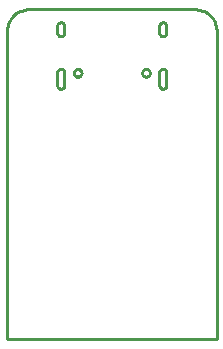
<source format=gbr>
G04 EAGLE Gerber RS-274X export*
G75*
%MOMM*%
%FSLAX34Y34*%
%LPD*%
%IN*%
%IPPOS*%
%AMOC8*
5,1,8,0,0,1.08239X$1,22.5*%
G01*
%ADD10C,0.254000*%


D10*
X0Y0D02*
X177800Y0D01*
X177800Y260350D01*
X177728Y262010D01*
X177511Y263658D01*
X177151Y265281D01*
X176651Y266865D01*
X176015Y268401D01*
X175248Y269875D01*
X174355Y271277D01*
X173343Y272595D01*
X172220Y273820D01*
X170995Y274943D01*
X169677Y275955D01*
X168275Y276848D01*
X166801Y277615D01*
X165265Y278251D01*
X163681Y278751D01*
X162058Y279111D01*
X160410Y279328D01*
X158750Y279400D01*
X19050Y279400D01*
X17390Y279328D01*
X15742Y279111D01*
X14120Y278751D01*
X12535Y278251D01*
X10999Y277615D01*
X9525Y276848D01*
X8123Y275955D01*
X6805Y274943D01*
X5580Y273820D01*
X4457Y272595D01*
X3445Y271277D01*
X2552Y269875D01*
X1785Y268401D01*
X1149Y266865D01*
X649Y265281D01*
X289Y263658D01*
X73Y262010D01*
X0Y260350D01*
X0Y0D01*
X129100Y214990D02*
X129111Y214729D01*
X129146Y214469D01*
X129202Y214214D01*
X129281Y213964D01*
X129381Y213722D01*
X129502Y213490D01*
X129643Y213269D01*
X129802Y213062D01*
X129979Y212869D01*
X130172Y212692D01*
X130379Y212533D01*
X130600Y212392D01*
X130832Y212271D01*
X131074Y212171D01*
X131324Y212092D01*
X131579Y212036D01*
X131839Y212001D01*
X132100Y211990D01*
X132361Y212001D01*
X132621Y212036D01*
X132876Y212092D01*
X133126Y212171D01*
X133368Y212271D01*
X133600Y212392D01*
X133821Y212533D01*
X134028Y212692D01*
X134221Y212869D01*
X134398Y213062D01*
X134557Y213269D01*
X134698Y213490D01*
X134819Y213722D01*
X134919Y213964D01*
X134998Y214214D01*
X135054Y214469D01*
X135089Y214729D01*
X135100Y214990D01*
X135100Y225990D01*
X135089Y226251D01*
X135054Y226511D01*
X134998Y226766D01*
X134919Y227016D01*
X134819Y227258D01*
X134698Y227490D01*
X134557Y227711D01*
X134398Y227918D01*
X134221Y228111D01*
X134028Y228288D01*
X133821Y228447D01*
X133600Y228588D01*
X133368Y228709D01*
X133126Y228809D01*
X132876Y228888D01*
X132621Y228944D01*
X132361Y228979D01*
X132100Y228990D01*
X131839Y228979D01*
X131579Y228944D01*
X131324Y228888D01*
X131074Y228809D01*
X130832Y228709D01*
X130600Y228588D01*
X130379Y228447D01*
X130172Y228288D01*
X129979Y228111D01*
X129802Y227918D01*
X129643Y227711D01*
X129502Y227490D01*
X129381Y227258D01*
X129281Y227016D01*
X129202Y226766D01*
X129146Y226511D01*
X129111Y226251D01*
X129100Y225990D01*
X129100Y214990D01*
X42700Y214990D02*
X42711Y214729D01*
X42746Y214469D01*
X42802Y214214D01*
X42881Y213964D01*
X42981Y213722D01*
X43102Y213490D01*
X43243Y213269D01*
X43402Y213062D01*
X43579Y212869D01*
X43772Y212692D01*
X43979Y212533D01*
X44200Y212392D01*
X44432Y212271D01*
X44674Y212171D01*
X44924Y212092D01*
X45179Y212036D01*
X45439Y212001D01*
X45700Y211990D01*
X45961Y212001D01*
X46221Y212036D01*
X46476Y212092D01*
X46726Y212171D01*
X46968Y212271D01*
X47200Y212392D01*
X47421Y212533D01*
X47628Y212692D01*
X47821Y212869D01*
X47998Y213062D01*
X48157Y213269D01*
X48298Y213490D01*
X48419Y213722D01*
X48519Y213964D01*
X48598Y214214D01*
X48654Y214469D01*
X48689Y214729D01*
X48700Y214990D01*
X48700Y225990D01*
X48689Y226251D01*
X48654Y226511D01*
X48598Y226766D01*
X48519Y227016D01*
X48419Y227258D01*
X48298Y227490D01*
X48157Y227711D01*
X47998Y227918D01*
X47821Y228111D01*
X47628Y228288D01*
X47421Y228447D01*
X47200Y228588D01*
X46968Y228709D01*
X46726Y228809D01*
X46476Y228888D01*
X46221Y228944D01*
X45961Y228979D01*
X45700Y228990D01*
X45439Y228979D01*
X45179Y228944D01*
X44924Y228888D01*
X44674Y228809D01*
X44432Y228709D01*
X44200Y228588D01*
X43979Y228447D01*
X43772Y228288D01*
X43579Y228111D01*
X43402Y227918D01*
X43243Y227711D01*
X43102Y227490D01*
X42981Y227258D01*
X42881Y227016D01*
X42802Y226766D01*
X42746Y226511D01*
X42711Y226251D01*
X42700Y225990D01*
X42700Y214990D01*
X42700Y259290D02*
X42711Y259029D01*
X42746Y258769D01*
X42802Y258514D01*
X42881Y258264D01*
X42981Y258022D01*
X43102Y257790D01*
X43243Y257569D01*
X43402Y257362D01*
X43579Y257169D01*
X43772Y256992D01*
X43979Y256833D01*
X44200Y256692D01*
X44432Y256571D01*
X44674Y256471D01*
X44924Y256392D01*
X45179Y256336D01*
X45439Y256301D01*
X45700Y256290D01*
X45961Y256301D01*
X46221Y256336D01*
X46476Y256392D01*
X46726Y256471D01*
X46968Y256571D01*
X47200Y256692D01*
X47421Y256833D01*
X47628Y256992D01*
X47821Y257169D01*
X47998Y257362D01*
X48157Y257569D01*
X48298Y257790D01*
X48419Y258022D01*
X48519Y258264D01*
X48598Y258514D01*
X48654Y258769D01*
X48689Y259029D01*
X48700Y259290D01*
X48700Y265290D01*
X48689Y265551D01*
X48654Y265811D01*
X48598Y266066D01*
X48519Y266316D01*
X48419Y266558D01*
X48298Y266790D01*
X48157Y267011D01*
X47998Y267218D01*
X47821Y267411D01*
X47628Y267588D01*
X47421Y267747D01*
X47200Y267888D01*
X46968Y268009D01*
X46726Y268109D01*
X46476Y268188D01*
X46221Y268244D01*
X45961Y268279D01*
X45700Y268290D01*
X45439Y268279D01*
X45179Y268244D01*
X44924Y268188D01*
X44674Y268109D01*
X44432Y268009D01*
X44200Y267888D01*
X43979Y267747D01*
X43772Y267588D01*
X43579Y267411D01*
X43402Y267218D01*
X43243Y267011D01*
X43102Y266790D01*
X42981Y266558D01*
X42881Y266316D01*
X42802Y266066D01*
X42746Y265811D01*
X42711Y265551D01*
X42700Y265290D01*
X42700Y259290D01*
X129100Y259290D02*
X129111Y259029D01*
X129146Y258769D01*
X129202Y258514D01*
X129281Y258264D01*
X129381Y258022D01*
X129502Y257790D01*
X129643Y257569D01*
X129802Y257362D01*
X129979Y257169D01*
X130172Y256992D01*
X130379Y256833D01*
X130600Y256692D01*
X130832Y256571D01*
X131074Y256471D01*
X131324Y256392D01*
X131579Y256336D01*
X131839Y256301D01*
X132100Y256290D01*
X132361Y256301D01*
X132621Y256336D01*
X132876Y256392D01*
X133126Y256471D01*
X133368Y256571D01*
X133600Y256692D01*
X133821Y256833D01*
X134028Y256992D01*
X134221Y257169D01*
X134398Y257362D01*
X134557Y257569D01*
X134698Y257790D01*
X134819Y258022D01*
X134919Y258264D01*
X134998Y258514D01*
X135054Y258769D01*
X135089Y259029D01*
X135100Y259290D01*
X135100Y265290D01*
X135089Y265551D01*
X135054Y265811D01*
X134998Y266066D01*
X134919Y266316D01*
X134819Y266558D01*
X134698Y266790D01*
X134557Y267011D01*
X134398Y267218D01*
X134221Y267411D01*
X134028Y267588D01*
X133821Y267747D01*
X133600Y267888D01*
X133368Y268009D01*
X133126Y268109D01*
X132876Y268188D01*
X132621Y268244D01*
X132361Y268279D01*
X132100Y268290D01*
X131839Y268279D01*
X131579Y268244D01*
X131324Y268188D01*
X131074Y268109D01*
X130832Y268009D01*
X130600Y267888D01*
X130379Y267747D01*
X130172Y267588D01*
X129979Y267411D01*
X129802Y267218D01*
X129643Y267011D01*
X129502Y266790D01*
X129381Y266558D01*
X129281Y266316D01*
X129202Y266066D01*
X129146Y265811D01*
X129111Y265551D01*
X129100Y265290D01*
X129100Y259290D01*
X56750Y225703D02*
X56806Y226125D01*
X56916Y226537D01*
X57079Y226931D01*
X57292Y227299D01*
X57551Y227637D01*
X57853Y227939D01*
X58191Y228198D01*
X58559Y228411D01*
X58953Y228574D01*
X59365Y228684D01*
X59787Y228740D01*
X60213Y228740D01*
X60635Y228684D01*
X61047Y228574D01*
X61441Y228411D01*
X61809Y228198D01*
X62147Y227939D01*
X62449Y227637D01*
X62708Y227299D01*
X62921Y226931D01*
X63084Y226537D01*
X63194Y226125D01*
X63250Y225703D01*
X63250Y225277D01*
X63194Y224855D01*
X63084Y224443D01*
X62921Y224049D01*
X62708Y223681D01*
X62449Y223343D01*
X62147Y223041D01*
X61809Y222782D01*
X61441Y222569D01*
X61047Y222406D01*
X60635Y222296D01*
X60213Y222240D01*
X59787Y222240D01*
X59365Y222296D01*
X58953Y222406D01*
X58559Y222569D01*
X58191Y222782D01*
X57853Y223041D01*
X57551Y223343D01*
X57292Y223681D01*
X57079Y224049D01*
X56916Y224443D01*
X56806Y224855D01*
X56750Y225277D01*
X56750Y225703D01*
X114550Y225703D02*
X114606Y226125D01*
X114716Y226537D01*
X114879Y226931D01*
X115092Y227299D01*
X115351Y227637D01*
X115653Y227939D01*
X115991Y228198D01*
X116359Y228411D01*
X116753Y228574D01*
X117165Y228684D01*
X117587Y228740D01*
X118013Y228740D01*
X118435Y228684D01*
X118847Y228574D01*
X119241Y228411D01*
X119609Y228198D01*
X119947Y227939D01*
X120249Y227637D01*
X120508Y227299D01*
X120721Y226931D01*
X120884Y226537D01*
X120994Y226125D01*
X121050Y225703D01*
X121050Y225277D01*
X120994Y224855D01*
X120884Y224443D01*
X120721Y224049D01*
X120508Y223681D01*
X120249Y223343D01*
X119947Y223041D01*
X119609Y222782D01*
X119241Y222569D01*
X118847Y222406D01*
X118435Y222296D01*
X118013Y222240D01*
X117587Y222240D01*
X117165Y222296D01*
X116753Y222406D01*
X116359Y222569D01*
X115991Y222782D01*
X115653Y223041D01*
X115351Y223343D01*
X115092Y223681D01*
X114879Y224049D01*
X114716Y224443D01*
X114606Y224855D01*
X114550Y225277D01*
X114550Y225703D01*
M02*

</source>
